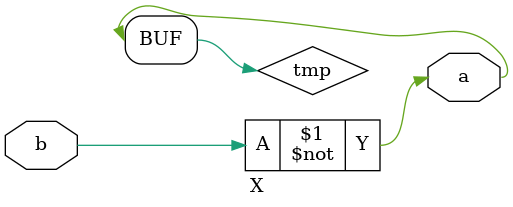
<source format=v>

/*
 * This is the essence of tracker id#1421777. The problem is the error
 * message around the "... dut.tmp" expression. This probram won't
 * compile while the reported bug still lives.
 */
module main;

   reg b;
   wire a;
   // The a.tmp is valid, but tricky because it is an implicit wire.
   wire foo = dut.tmp;
   X dut(a, b);

   initial begin
      b = 0;
      #1 $display("a=%b, tmp=%b", a, foo);
      if (a !== foo) begin
	 $display("FAILED");
	 $finish;
      end
      $display("PASSED");
   end

endmodule // main

module X(output a, input b);

   not (tmp, b);
   buf(a, tmp);

endmodule // X

</source>
